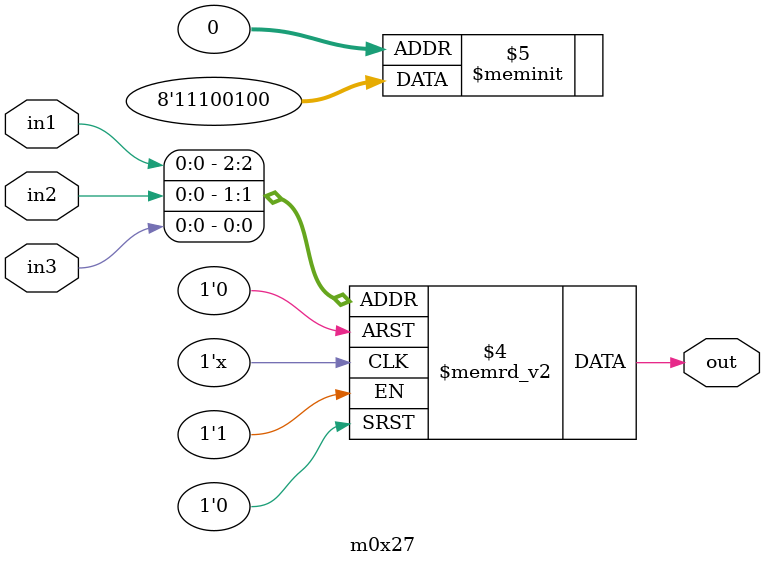
<source format=v>
module m0x27(output out, input in1, in2, in3);

   always @(in1, in2, in3)
     begin
        case({in1, in2, in3})
          3'b000: {out} = 1'b0;
          3'b001: {out} = 1'b0;
          3'b010: {out} = 1'b1;
          3'b011: {out} = 1'b0;
          3'b100: {out} = 1'b0;
          3'b101: {out} = 1'b1;
          3'b110: {out} = 1'b1;
          3'b111: {out} = 1'b1;
        endcase // case ({in1, in2, in3})
     end // always @ (in1, in2, in3)

endmodule // m0x27
</source>
